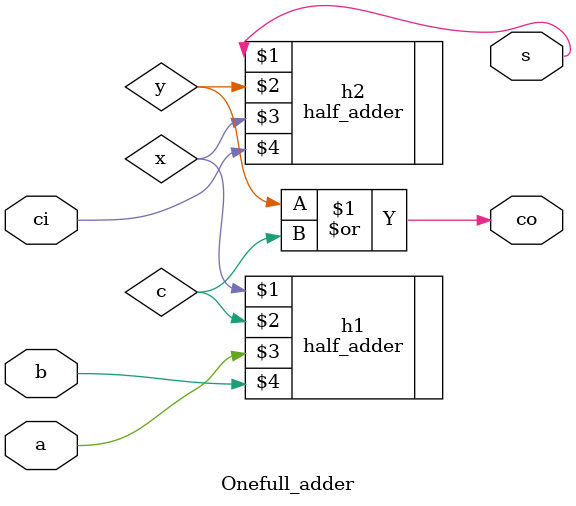
<source format=v>
`include "half_adder.v"
module Onefull_adder(s, co, a, b, ci);
	input a, b, ci;
	output s, co;
	wire x, y;
	
	half_adder h1(x, c, a, b);
	half_adder h2(s, y, x, ci);
	or (co, y, c);
endmodule

</source>
